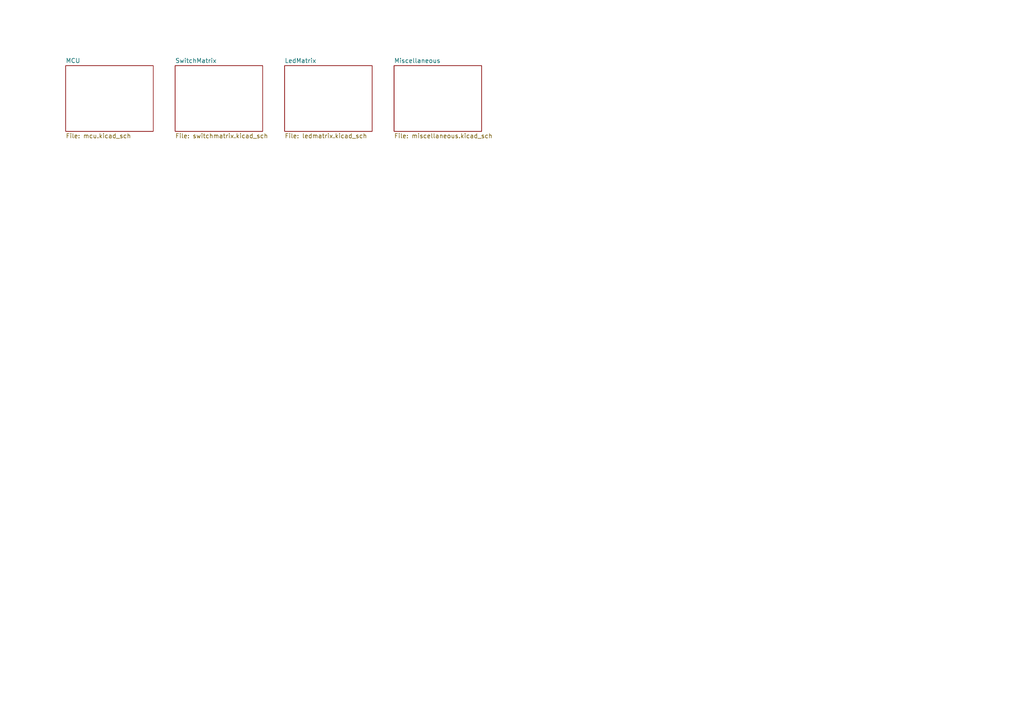
<source format=kicad_sch>
(kicad_sch (version 20221206) (generator eeschema)
  (paper "A4")
  (lib_symbols)
  (sheet (at 19.05 19.05) (size 25.4 19.05) (stroke (width 0.1524))
    (property "Sheetname" "MCU" (at 19.05 18.3384 0) (effects (justify left bottom)))
    (property "Sheetfile" "mcu.kicad_sch" (at 19.05 38.6846 0) (effects (justify left top)))
  )
  (sheet (at 114.3 19.05) (size 25.4 19.05) (stroke (width 0.1524))
    (property "Sheetname" "Miscellaneous" (at 114.3 18.3384 0) (effects (justify left bottom)))
    (property "Sheetfile" "miscellaneous.kicad_sch" (at 114.3 38.6846 0) (effects (justify left top)))
  )
  (sheet (at 82.55 19.05) (size 25.4 19.05) (stroke (width 0.1524))
    (property "Sheetname" "LedMatrix" (at 82.55 18.3384 0) (effects (justify left bottom)))
    (property "Sheetfile" "ledmatrix.kicad_sch" (at 82.55 38.6846 0) (effects (justify left top)))
  )
  (sheet (at 50.8 19.05) (size 25.4 19.05) (stroke (width 0.1524))
    (property "Sheetname" "SwitchMatrix" (at 50.8 18.3384 0) (effects (justify left bottom)))
    (property "Sheetfile" "switchmatrix.kicad_sch" (at 50.8 38.6846 0) (effects (justify left top)))
  )
)
</source>
